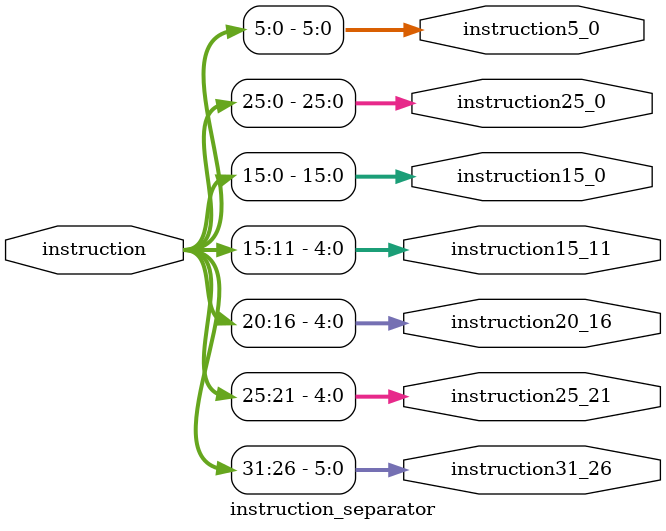
<source format=v>
module instruction_separator
(instruction, instruction31_26, instruction25_21, instruction20_16, instruction15_11, instruction15_0, instruction25_0, instruction5_0);

input [31:0] instruction;
output [5:0] instruction31_26;
output [4:0] instruction25_21, instruction20_16, instruction15_11;
output [15:0] instruction15_0;
output [25:0] instruction25_0;
output [5:0] instruction5_0;

assign instruction15_0[ 0] = instruction[ 0] ;
assign instruction15_0[ 1] = instruction[ 1] ;
assign instruction15_0[ 2] = instruction[ 2] ;
assign instruction15_0[ 3] = instruction[ 3] ;
assign instruction15_0[ 4] = instruction[ 4] ;
assign instruction15_0[ 5] = instruction[ 5] ;
assign instruction15_0[ 6] = instruction[ 6] ;
assign instruction15_0[ 7] = instruction[ 7] ;
assign instruction15_0[ 8] = instruction[ 8] ;
assign instruction15_0[ 9] = instruction[ 9] ;
assign instruction15_0[10] = instruction[10] ;
assign instruction15_0[11] = instruction[11] ;
assign instruction15_0[12] = instruction[12] ;
assign instruction15_0[13] = instruction[13] ;
assign instruction15_0[14] = instruction[14] ;
assign instruction15_0[15] = instruction[15] ;

assign instruction15_11[0] = instruction[11] ;
assign instruction15_11[1] = instruction[12] ;
assign instruction15_11[2] = instruction[13] ;
assign instruction15_11[3] = instruction[14] ;
assign instruction15_11[4] = instruction[15] ;

assign instruction20_16[0] = instruction[16] ;
assign instruction20_16[1] = instruction[17] ;
assign instruction20_16[2] = instruction[18] ;
assign instruction20_16[3] = instruction[19] ;
assign instruction20_16[4] = instruction[20] ;

assign instruction25_21[0] = instruction[21] ;
assign instruction25_21[1] = instruction[22] ;
assign instruction25_21[2] = instruction[23] ;
assign instruction25_21[3] = instruction[24] ;
assign instruction25_21[4] = instruction[25] ;

assign instruction31_26[0] = instruction[26] ;
assign instruction31_26[1] = instruction[27] ;
assign instruction31_26[2] = instruction[28] ;
assign instruction31_26[3] = instruction[29] ;
assign instruction31_26[4] = instruction[30] ;
assign instruction31_26[5] = instruction[31] ;

assign instruction25_0[ 0] = instruction[ 0] ;
assign instruction25_0[ 1] = instruction[ 1] ;
assign instruction25_0[ 2] = instruction[ 2] ;
assign instruction25_0[ 3] = instruction[ 3] ;
assign instruction25_0[ 4] = instruction[ 4] ;
assign instruction25_0[ 5] = instruction[ 5] ;
assign instruction25_0[ 6] = instruction[ 6] ;
assign instruction25_0[ 7] = instruction[ 7] ;
assign instruction25_0[ 8] = instruction[ 8] ;
assign instruction25_0[ 9] = instruction[ 9] ;
assign instruction25_0[10] = instruction[10] ;
assign instruction25_0[11] = instruction[11] ;
assign instruction25_0[12] = instruction[12] ;
assign instruction25_0[13] = instruction[13] ;
assign instruction25_0[14] = instruction[14] ;
assign instruction25_0[15] = instruction[15] ;
assign instruction25_0[16] = instruction[16] ;
assign instruction25_0[17] = instruction[17] ;
assign instruction25_0[18] = instruction[18] ;
assign instruction25_0[19] = instruction[19] ;
assign instruction25_0[20] = instruction[20] ;
assign instruction25_0[21] = instruction[21] ;
assign instruction25_0[22] = instruction[22] ;
assign instruction25_0[23] = instruction[23] ;
assign instruction25_0[24] = instruction[24] ;
assign instruction25_0[25] = instruction[25] ;

assign instruction5_0[0] = instruction[0] ;
assign instruction5_0[1] = instruction[1] ;
assign instruction5_0[2] = instruction[2] ;
assign instruction5_0[3] = instruction[3] ;
assign instruction5_0[4] = instruction[4] ;
assign instruction5_0[5] = instruction[5] ;

endmodule

</source>
